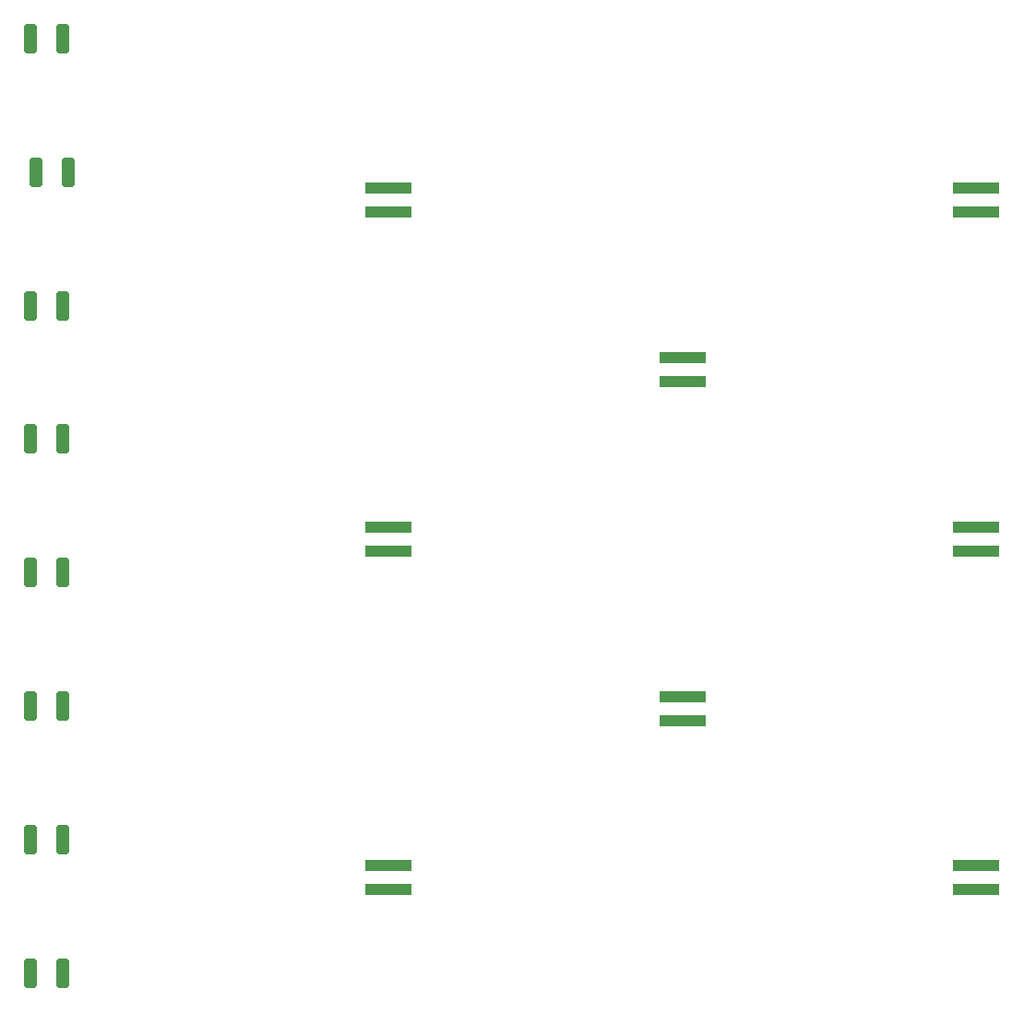
<source format=gbr>
%TF.GenerationSoftware,KiCad,Pcbnew,(6.0.8-1)-1*%
%TF.CreationDate,2022-10-04T15:12:48-04:00*%
%TF.ProjectId,Untitled,556e7469-746c-4656-942e-6b696361645f,rev?*%
%TF.SameCoordinates,Original*%
%TF.FileFunction,Paste,Top*%
%TF.FilePolarity,Positive*%
%FSLAX46Y46*%
G04 Gerber Fmt 4.6, Leading zero omitted, Abs format (unit mm)*
G04 Created by KiCad (PCBNEW (6.0.8-1)-1) date 2022-10-04 15:12:48*
%MOMM*%
%LPD*%
G01*
G04 APERTURE LIST*
G04 Aperture macros list*
%AMRoundRect*
0 Rectangle with rounded corners*
0 $1 Rounding radius*
0 $2 $3 $4 $5 $6 $7 $8 $9 X,Y pos of 4 corners*
0 Add a 4 corners polygon primitive as box body*
4,1,4,$2,$3,$4,$5,$6,$7,$8,$9,$2,$3,0*
0 Add four circle primitives for the rounded corners*
1,1,$1+$1,$2,$3*
1,1,$1+$1,$4,$5*
1,1,$1+$1,$6,$7*
1,1,$1+$1,$8,$9*
0 Add four rect primitives between the rounded corners*
20,1,$1+$1,$2,$3,$4,$5,0*
20,1,$1+$1,$4,$5,$6,$7,0*
20,1,$1+$1,$6,$7,$8,$9,0*
20,1,$1+$1,$8,$9,$2,$3,0*%
G04 Aperture macros list end*
%ADD10RoundRect,0.250000X-0.325000X-1.100000X0.325000X-1.100000X0.325000X1.100000X-0.325000X1.100000X0*%
%ADD11R,4.300000X1.100000*%
G04 APERTURE END LIST*
D10*
%TO.C,REF\u002A\u002A*%
X66885000Y-121030000D03*
X69835000Y-121030000D03*
%TD*%
%TO.C,REF\u002A\u002A*%
X69835000Y-108764284D03*
X66885000Y-108764284D03*
%TD*%
%TO.C,REF\u002A\u002A*%
X69835000Y-96498570D03*
X66885000Y-96498570D03*
%TD*%
%TO.C,REF\u002A\u002A*%
X69835000Y-84232856D03*
X66885000Y-84232856D03*
%TD*%
%TO.C,REF\u002A\u002A*%
X69835000Y-71967142D03*
X66885000Y-71967142D03*
%TD*%
%TO.C,REF\u002A\u002A*%
X69835000Y-59701428D03*
X66885000Y-59701428D03*
%TD*%
%TO.C,REF\u002A\u002A*%
X67395000Y-47435714D03*
X70345000Y-47435714D03*
%TD*%
%TO.C,REF\u002A\u002A*%
X69835000Y-35170000D03*
X66885000Y-35170000D03*
%TD*%
D11*
%TO.C,REF\u002A\u002A*%
X153680000Y-113370000D03*
X153680000Y-111170000D03*
%TD*%
%TO.C,REF\u002A\u002A*%
X99750000Y-111170000D03*
X99750000Y-113370000D03*
%TD*%
%TO.C,REF\u002A\u002A*%
X153680000Y-80040000D03*
X153680000Y-82240000D03*
%TD*%
%TO.C,REF\u002A\u002A*%
X126720000Y-95600000D03*
X126720000Y-97800000D03*
%TD*%
%TO.C,REF\u002A\u002A*%
X99750000Y-80040000D03*
X99750000Y-82240000D03*
%TD*%
%TO.C,REF\u002A\u002A*%
X126720000Y-66670000D03*
X126720000Y-64470000D03*
%TD*%
%TO.C,REF\u002A\u002A*%
X153680000Y-48900000D03*
X153680000Y-51100000D03*
%TD*%
%TO.C,REF\u002A\u002A*%
X99750000Y-51100000D03*
X99750000Y-48900000D03*
%TD*%
M02*

</source>
